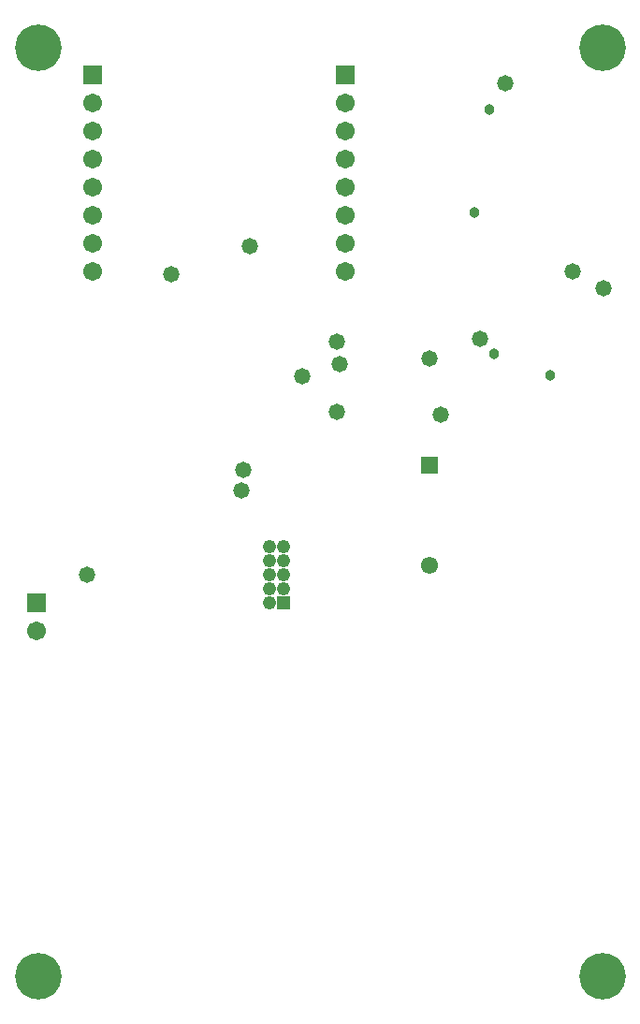
<source format=gbs>
G04*
G04 #@! TF.GenerationSoftware,Altium Limited,Altium Designer,20.1.14 (287)*
G04*
G04 Layer_Color=16711935*
%FSLAX24Y24*%
%MOIN*%
G70*
G04*
G04 #@! TF.SameCoordinates,C6E9D1D4-3227-45F5-A25F-63411827B746*
G04*
G04*
G04 #@! TF.FilePolarity,Negative*
G04*
G01*
G75*
%ADD56C,0.0480*%
%ADD57R,0.0480X0.0480*%
%ADD58C,0.0611*%
%ADD59R,0.0611X0.0611*%
%ADD60R,0.0671X0.0671*%
%ADD61C,0.0671*%
%ADD62C,0.0580*%
%ADD63C,0.1655*%
%ADD64C,0.0380*%
D56*
X9400Y16500D02*
D03*
X9900D02*
D03*
X9400Y16000D02*
D03*
X9900D02*
D03*
X9400Y15500D02*
D03*
X9900D02*
D03*
X9400Y15000D02*
D03*
X9900D02*
D03*
X9400Y14500D02*
D03*
D57*
X9900D02*
D03*
D58*
X15100Y15828D02*
D03*
D59*
Y19372D02*
D03*
D60*
X1100Y14500D02*
D03*
X12100Y33300D02*
D03*
X3100D02*
D03*
D61*
X1100Y13500D02*
D03*
X12100Y32300D02*
D03*
Y31300D02*
D03*
Y30300D02*
D03*
Y29300D02*
D03*
Y28300D02*
D03*
Y27300D02*
D03*
Y26300D02*
D03*
X3100Y32300D02*
D03*
Y31300D02*
D03*
Y30300D02*
D03*
Y29300D02*
D03*
Y28300D02*
D03*
Y27300D02*
D03*
Y26300D02*
D03*
D62*
X8465Y19213D02*
D03*
X10591Y22559D02*
D03*
X17800Y33000D02*
D03*
X21300Y25700D02*
D03*
X16900Y23900D02*
D03*
X15100Y23200D02*
D03*
X11800Y23800D02*
D03*
X20200Y26300D02*
D03*
X8700Y27200D02*
D03*
X15500Y21200D02*
D03*
X11900Y23000D02*
D03*
X8400Y18500D02*
D03*
X2900Y15500D02*
D03*
X5900Y26200D02*
D03*
X11800Y21300D02*
D03*
D63*
X1181Y1181D02*
D03*
X21260D02*
D03*
Y34252D02*
D03*
X1181D02*
D03*
D64*
X17250Y32050D02*
D03*
X16700Y28400D02*
D03*
X17400Y23350D02*
D03*
X19400Y22600D02*
D03*
M02*

</source>
